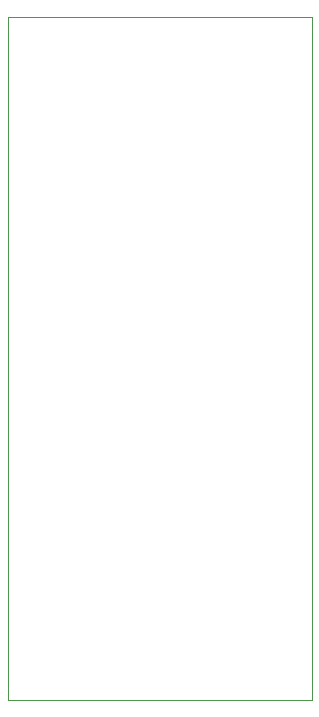
<source format=gbr>
%TF.GenerationSoftware,KiCad,Pcbnew,8.0.6*%
%TF.CreationDate,2025-02-05T21:25:15+00:00*%
%TF.ProjectId,custom-esp32,63757374-6f6d-42d6-9573-7033322e6b69,0.1*%
%TF.SameCoordinates,Original*%
%TF.FileFunction,Profile,NP*%
%FSLAX46Y46*%
G04 Gerber Fmt 4.6, Leading zero omitted, Abs format (unit mm)*
G04 Created by KiCad (PCBNEW 8.0.6) date 2025-02-05 21:25:15*
%MOMM*%
%LPD*%
G01*
G04 APERTURE LIST*
%TA.AperFunction,Profile*%
%ADD10C,0.050000*%
%TD*%
G04 APERTURE END LIST*
D10*
X89352600Y-33943800D02*
X115057400Y-33943800D01*
X115057400Y-91705400D01*
X89352600Y-91705400D01*
X89352600Y-33943800D01*
M02*

</source>
